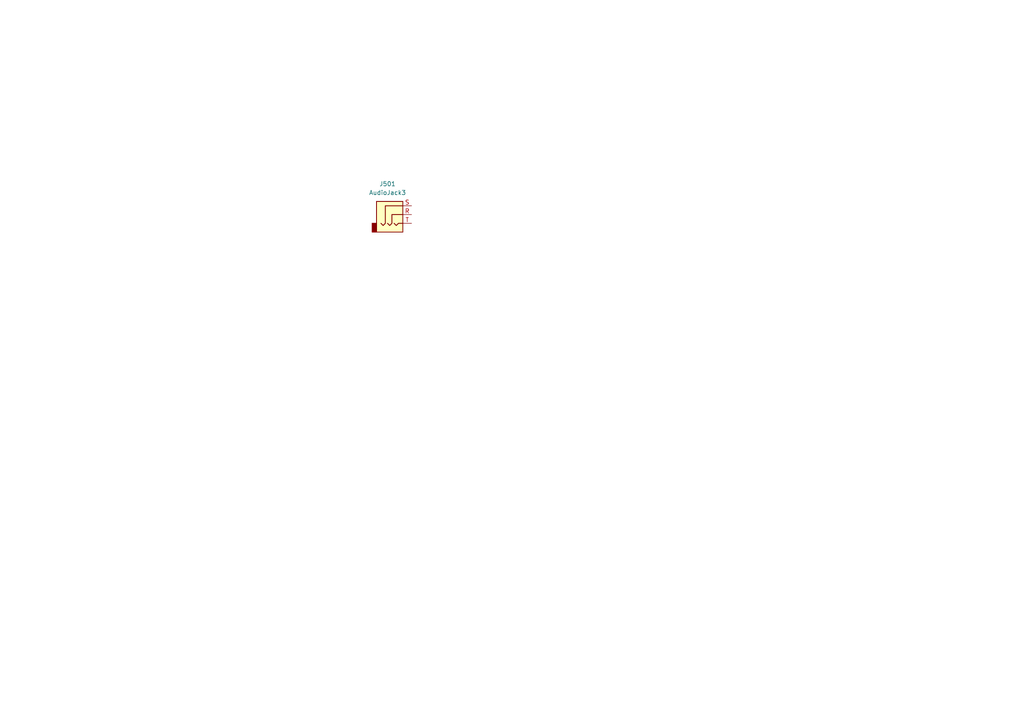
<source format=kicad_sch>
(kicad_sch (version 20250114) (generator "eeschema") (generator_version "9.0")
  (paper "A4")
  (lib_symbols
    (symbol "Connector_Audio:AudioJack3"
      (property "Reference" "J" (at 0 8.89 0))
      (property "Value" "AudioJack3" (at 0 6.35 0))
      (symbol "AudioJack3_0_1"
        (rectangle (start -5.08 -5.08) (end -6.35 -2.54) (stroke (width 0.254)) (fill (type outline)))
        (polyline (pts (xy -1.905 -2.54) (xy -1.27 -3.175) (xy -0.635 -2.54) (xy -0.635 0) (xy 2.54 0)) (stroke (width 0.254)))
        (polyline (pts (xy 0 -2.54) (xy 0.635 -3.175) (xy 1.27 -2.54) (xy 2.54 -2.54)) (stroke (width 0.254)))
        (rectangle (start 2.54 3.81) (end -5.08 -5.08) (stroke (width 0.254)) (fill (type background)))
        (polyline (pts (xy 2.54 2.54) (xy -2.54 2.54) (xy -2.54 -2.54) (xy -3.175 -3.175) (xy -3.81 -2.54)) (stroke (width 0.254)))
      )
      (symbol "AudioJack3_1_1"
        (pin passive line (at 5.08 2.54 180) (length 2.54) (name "~") (number "S"))
        (pin passive line (at 5.08 0 180) (length 2.54) (name "~") (number "R"))
        (pin passive line (at 5.08 -2.54 180) (length 2.54) (name "~") (number "T"))
      )
    )
  )
  (symbol (lib_id "Connector_Audio:AudioJack3") (at 114.3 62.23 0) (unit 1)
    (property "Reference" "J501" (at 112.395 53.34 0))
    (property "Value" "AudioJack3" (at 112.395 55.88 0))
    (property "Description" "Audio Jack, 3 Poles (Stereo / TRS)" (effects (hide yes)))
  )
)
</source>
